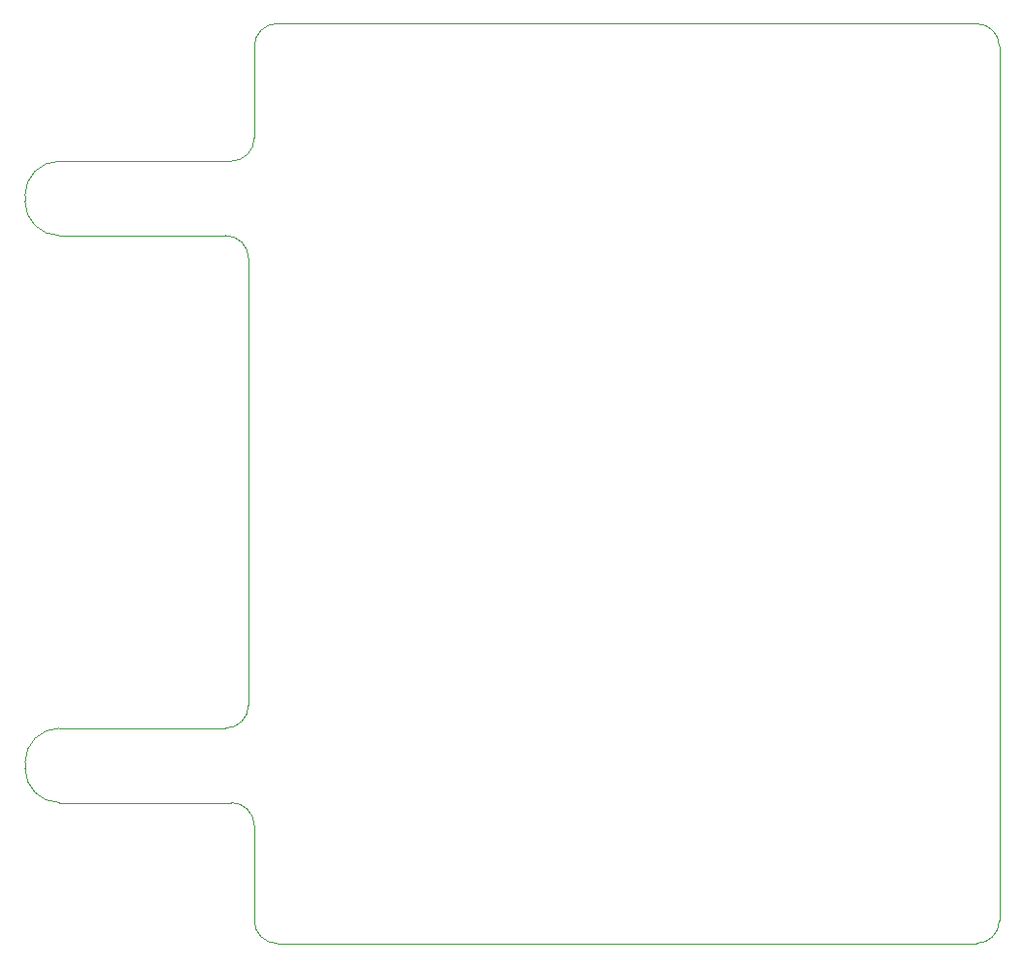
<source format=gm1>
G04 #@! TF.GenerationSoftware,KiCad,Pcbnew,(5.1.9)-1*
G04 #@! TF.CreationDate,2022-05-06T12:13:32+02:00*
G04 #@! TF.ProjectId,cluimsyMIDI AddOn,636c7569-6d73-4794-9d49-444920416464,rev?*
G04 #@! TF.SameCoordinates,Original*
G04 #@! TF.FileFunction,Profile,NP*
%FSLAX46Y46*%
G04 Gerber Fmt 4.6, Leading zero omitted, Abs format (unit mm)*
G04 Created by KiCad (PCBNEW (5.1.9)-1) date 2022-05-06 12:13:32*
%MOMM*%
%LPD*%
G01*
G04 APERTURE LIST*
G04 #@! TA.AperFunction,Profile*
%ADD10C,0.100000*%
G04 #@! TD*
G04 APERTURE END LIST*
D10*
X76630000Y14770000D02*
G75*
G03*
X74630000Y16770000I-2000000J0D01*
G01*
X76630000Y-61520000D02*
G75*
G02*
X74630000Y-63520000I-2000000J0D01*
G01*
X13630000Y-63520000D02*
G75*
G02*
X11630000Y-61520000I0J2000000D01*
G01*
X13630000Y16770000D02*
G75*
G03*
X11630000Y14770000I0J-2000000D01*
G01*
X11630000Y6770000D02*
G75*
G02*
X9630000Y4770000I-2000000J0D01*
G01*
X11630000Y-53230000D02*
G75*
G03*
X9630000Y-51230000I-2000000J0D01*
G01*
X76630000Y14770000D02*
X76630000Y-61520000D01*
X13630000Y-63520000D02*
X74630000Y-63520000D01*
X11630000Y-53230000D02*
X11630000Y-61520000D01*
X13630000Y16770000D02*
X74630000Y16770000D01*
X11630000Y6770000D02*
X11630000Y14770000D01*
X-8370000Y1770000D02*
X-8370000Y1270000D01*
X11130000Y-42730000D02*
G75*
G02*
X9130000Y-44730000I-2000000J0D01*
G01*
X-5370000Y-44730000D02*
X9130000Y-44730000D01*
X-5370000Y-44730000D02*
G75*
G03*
X-8370000Y-47730000I0J-3000000D01*
G01*
X11130000Y-3730000D02*
X11130000Y-42730000D01*
X11130000Y-3730000D02*
G75*
G03*
X9130000Y-1730000I-2000000J0D01*
G01*
X-5370000Y-1730000D02*
X9130000Y-1730000D01*
X-5370000Y-1730000D02*
G75*
G02*
X-8370000Y1270000I0J3000000D01*
G01*
X-8370000Y-48230000D02*
G75*
G03*
X-5370000Y-51230000I3000000J0D01*
G01*
X-5370000Y4770000D02*
G75*
G03*
X-8370000Y1770000I0J-3000000D01*
G01*
X9630000Y4770000D02*
X-5370000Y4770000D01*
X-5370000Y-51230000D02*
X9630000Y-51230000D01*
X-8370000Y-47730000D02*
X-8370000Y-48230000D01*
M02*

</source>
